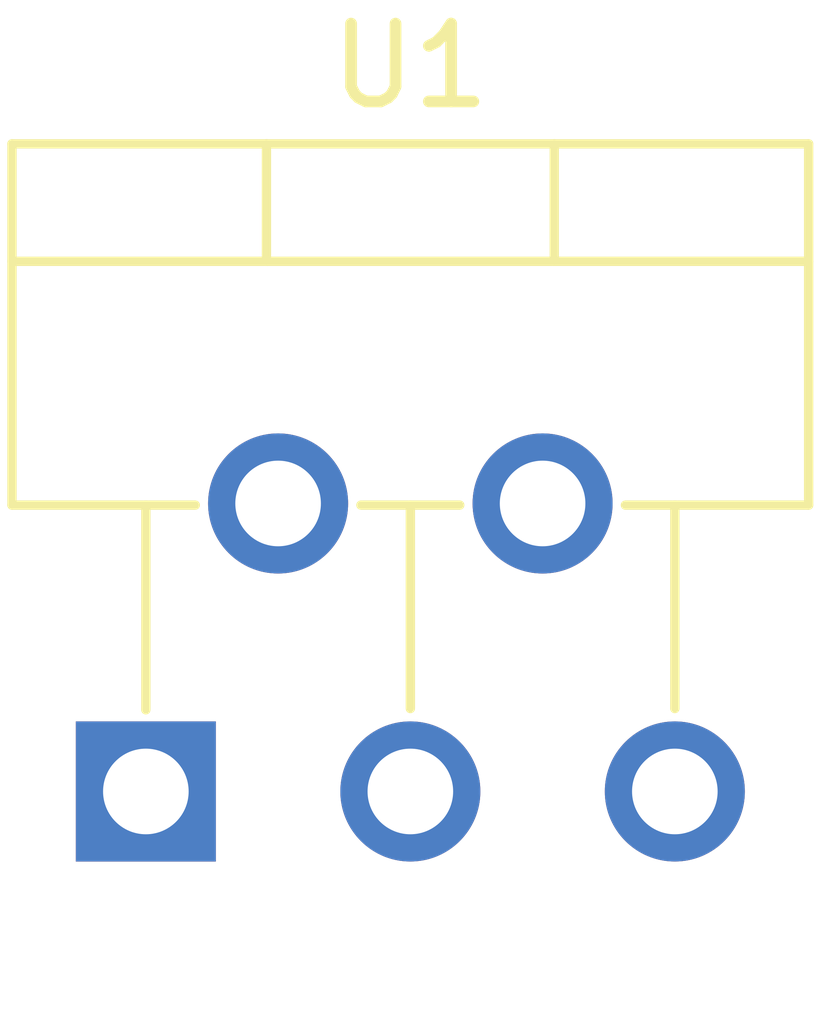
<source format=kicad_pcb>
(kicad_pcb (version 20241229) (generator "pcbnew") (generator_version "9.0")
  (layers (0 "F.Cu" signal) (2 "B.Cu" signal) (13 "F.Paste" user) (15 "B.Paste" user) (5 "F.SilkS" user "F.Silkscreen") (7 "B.SilkS" user "B.Silkscreen") (1 "F.Mask" user) (3 "B.Mask" user) (25 "Edge.Cuts" user))
  (net 0 "")
  (footprint "Package_TO_SOT_THT:TO-220-5_P3.4x3.7mm_StaggerOdd_Lead3.8mm_Vertical" (layer "F.Cu") (at 100.7 62.5)
    (property "Reference" "U1" (at 3.4 -9.32 0) (layer "F.SilkS"))
    (property "Value" "TDA2003")
    (fp_line (start -1.721 -8.32) (end -1.721 -3.679) (stroke (width 0.12)) (layer "F.SilkS"))
    (fp_line (start -1.721 -8.32) (end 8.52 -8.32) (stroke (width 0.12)) (layer "F.SilkS"))
    (fp_line (start -1.721 -6.811) (end 8.52 -6.811) (stroke (width 0.12)) (layer "F.SilkS"))
    (fp_line (start -1.721 -3.679) (end 0.635 -3.679) (stroke (width 0.12)) (layer "F.SilkS"))
    (fp_line (start 0 -3.679) (end 0 -1.049) (stroke (width 0.12)) (layer "F.SilkS"))
    (fp_line (start 1.55 -8.32) (end 1.55 -6.811) (stroke (width 0.12)) (layer "F.SilkS"))
    (fp_line (start 2.765 -3.679) (end 4.035 -3.679) (stroke (width 0.12)) (layer "F.SilkS"))
    (fp_line (start 3.4 -3.679) (end 3.4 -1.065) (stroke (width 0.12)) (layer "F.SilkS"))
    (fp_line (start 5.25 -8.32) (end 5.25 -6.811) (stroke (width 0.12)) (layer "F.SilkS"))
    (fp_line (start 6.165 -3.679) (end 8.52 -3.679) (stroke (width 0.12)) (layer "F.SilkS"))
    (fp_line (start 6.8 -3.679) (end 6.8 -1.065) (stroke (width 0.12)) (layer "F.SilkS"))
    (fp_line (start 8.52 -8.32) (end 8.52 -3.679) (stroke (width 0.12)) (layer "F.SilkS"))
    (pad "1" thru_hole rect (at 0 0) (size 1.8 1.8) (drill 1.1) (layers "*.Cu" "*.Mask"))
    (pad "2" thru_hole circle (at 1.7 -3.7) (size 1.8 1.8) (drill 1.1) (layers "*.Cu" "*.Mask"))
    (pad "3" thru_hole circle (at 3.4 0) (size 1.8 1.8) (drill 1.1) (layers "*.Cu" "*.Mask"))
    (pad "4" thru_hole circle (at 5.1 -3.7) (size 1.8 1.8) (drill 1.1) (layers "*.Cu" "*.Mask"))
    (pad "5" thru_hole circle (at 6.8 0) (size 1.8 1.8) (drill 1.1) (layers "*.Cu" "*.Mask"))
  )
)
</source>
